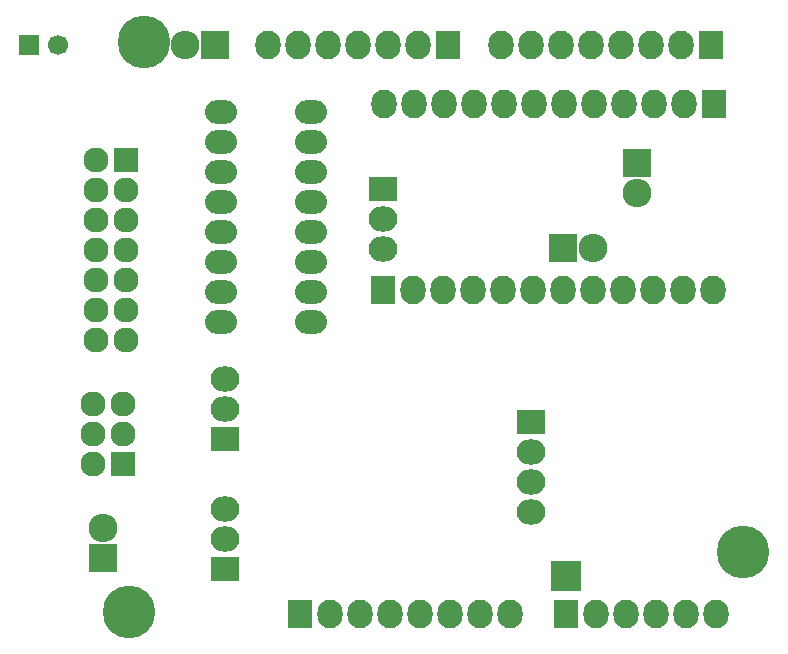
<source format=gbs>
G04 #@! TF.FileFunction,Soldermask,Bot*
%FSLAX46Y46*%
G04 Gerber Fmt 4.6, Leading zero omitted, Abs format (unit mm)*
G04 Created by KiCad (PCBNEW 4.0.5) date 01/04/17 16:34:07*
%MOMM*%
%LPD*%
G01*
G04 APERTURE LIST*
%ADD10C,0.100000*%
%ADD11C,4.464000*%
%ADD12R,2.127200X2.432000*%
%ADD13O,2.127200X2.432000*%
%ADD14R,1.700000X1.700000*%
%ADD15C,1.700000*%
%ADD16R,2.432000X2.127200*%
%ADD17O,2.432000X2.127200*%
%ADD18R,2.432000X2.432000*%
%ADD19O,2.432000X2.432000*%
%ADD20R,2.127200X2.127200*%
%ADD21O,2.127200X2.127200*%
%ADD22R,2.635200X2.635200*%
%ADD23O,2.700000X2.000000*%
G04 APERTURE END LIST*
D10*
D11*
X166500000Y-108000000D03*
D12*
X164000000Y-70000000D03*
D13*
X161460000Y-70000000D03*
X158920000Y-70000000D03*
X156380000Y-70000000D03*
X153840000Y-70000000D03*
X151300000Y-70000000D03*
X148760000Y-70000000D03*
X146220000Y-70000000D03*
X143680000Y-70000000D03*
X141140000Y-70000000D03*
X138600000Y-70000000D03*
X136060000Y-70000000D03*
D14*
X106000000Y-65000000D03*
D15*
X108500000Y-65000000D03*
D12*
X136000000Y-85750000D03*
D13*
X138540000Y-85750000D03*
X141080000Y-85750000D03*
X143620000Y-85750000D03*
X146160000Y-85750000D03*
X148700000Y-85750000D03*
X151240000Y-85750000D03*
X153780000Y-85750000D03*
X156320000Y-85750000D03*
X158860000Y-85750000D03*
X161400000Y-85750000D03*
X163940000Y-85750000D03*
D16*
X136000000Y-77250000D03*
D17*
X136000000Y-79790000D03*
X136000000Y-82330000D03*
D18*
X151250000Y-82250000D03*
D19*
X153790000Y-82250000D03*
D12*
X129000000Y-113250000D03*
D13*
X131540000Y-113250000D03*
X134080000Y-113250000D03*
X136620000Y-113250000D03*
X139160000Y-113250000D03*
X141700000Y-113250000D03*
X144240000Y-113250000D03*
X146780000Y-113250000D03*
D12*
X151500000Y-113250000D03*
D13*
X154040000Y-113250000D03*
X156580000Y-113250000D03*
X159120000Y-113250000D03*
X161660000Y-113250000D03*
X164200000Y-113250000D03*
D12*
X141500000Y-65000000D03*
D13*
X138960000Y-65000000D03*
X136420000Y-65000000D03*
X133880000Y-65000000D03*
X131340000Y-65000000D03*
X128800000Y-65000000D03*
X126260000Y-65000000D03*
D12*
X163750000Y-65000000D03*
D13*
X161210000Y-65000000D03*
X158670000Y-65000000D03*
X156130000Y-65000000D03*
X153590000Y-65000000D03*
X151050000Y-65000000D03*
X148510000Y-65000000D03*
X145970000Y-65000000D03*
D20*
X114000000Y-100500000D03*
D21*
X111460000Y-100500000D03*
X114000000Y-97960000D03*
X111460000Y-97960000D03*
X114000000Y-95420000D03*
X111460000Y-95420000D03*
D20*
X114250000Y-74750000D03*
D21*
X111710000Y-74750000D03*
X114250000Y-77290000D03*
X111710000Y-77290000D03*
X114250000Y-79830000D03*
X111710000Y-79830000D03*
X114250000Y-82370000D03*
X111710000Y-82370000D03*
X114250000Y-84910000D03*
X111710000Y-84910000D03*
X114250000Y-87450000D03*
X111710000Y-87450000D03*
X114250000Y-89990000D03*
X111710000Y-89990000D03*
D22*
X151500000Y-110000000D03*
D16*
X148500000Y-97000000D03*
D17*
X148500000Y-99540000D03*
X148500000Y-102080000D03*
X148500000Y-104620000D03*
D18*
X112250000Y-108500000D03*
D19*
X112250000Y-105960000D03*
D23*
X122250000Y-70750000D03*
X122250000Y-73290000D03*
X122250000Y-75830000D03*
X122250000Y-78370000D03*
X122250000Y-80910000D03*
X122250000Y-83450000D03*
X122250000Y-85990000D03*
X122250000Y-88530000D03*
X129870000Y-88530000D03*
X129870000Y-85990000D03*
X129870000Y-83450000D03*
X129870000Y-80910000D03*
X129870000Y-78370000D03*
X129870000Y-75830000D03*
X129870000Y-73290000D03*
X129870000Y-70750000D03*
D16*
X122625000Y-98375000D03*
D17*
X122625000Y-95835000D03*
X122625000Y-93295000D03*
D16*
X122625000Y-109375000D03*
D17*
X122625000Y-106835000D03*
X122625000Y-104295000D03*
D18*
X121750000Y-65000000D03*
D19*
X119210000Y-65000000D03*
D11*
X115750000Y-64800000D03*
X114500000Y-113050000D03*
D18*
X157500000Y-75000000D03*
D19*
X157500000Y-77540000D03*
M02*

</source>
